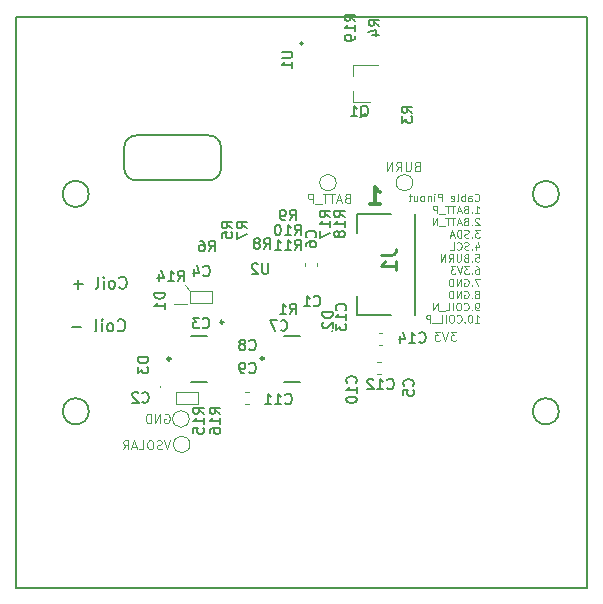
<source format=gbr>
%TF.GenerationSoftware,KiCad,Pcbnew,5.0.2-bee76a0~70~ubuntu18.04.1*%
%TF.CreationDate,2020-02-29T13:32:14-08:00*%
%TF.ProjectId,SolarCellZ_v1,536f6c61-7243-4656-9c6c-5a5f76312e6b,rev?*%
%TF.SameCoordinates,Original*%
%TF.FileFunction,Legend,Bot*%
%TF.FilePolarity,Positive*%
%FSLAX46Y46*%
G04 Gerber Fmt 4.6, Leading zero omitted, Abs format (unit mm)*
G04 Created by KiCad (PCBNEW 5.0.2-bee76a0~70~ubuntu18.04.1) date Sat 29 Feb 2020 01:32:14 PM PST*
%MOMM*%
%LPD*%
G01*
G04 APERTURE LIST*
%ADD10C,0.300000*%
%ADD11C,0.200000*%
%ADD12C,0.120000*%
%ADD13C,0.076200*%
%ADD14C,0.101600*%
%ADD15C,0.150000*%
%ADD16C,0.203200*%
%ADD17C,0.250000*%
%ADD18C,0.254000*%
%ADD19C,0.127000*%
G04 APERTURE END LIST*
D10*
X120021428Y-55878571D02*
X120878571Y-55878571D01*
X120450000Y-55878571D02*
X120450000Y-54378571D01*
X120592857Y-54592857D01*
X120735714Y-54735714D01*
X120878571Y-54807142D01*
D11*
X136007500Y-73391000D02*
G75*
G03X136007500Y-73391000I-1100000J0D01*
G01*
X96207500Y-73391000D02*
G75*
G03X96207500Y-73391000I-1100000J0D01*
G01*
D12*
X103428800Y-64312800D02*
X104521000Y-64312800D01*
D13*
X128886422Y-55533285D02*
X128916660Y-55563523D01*
X129007374Y-55593761D01*
X129067850Y-55593761D01*
X129158565Y-55563523D01*
X129219041Y-55503047D01*
X129249279Y-55442571D01*
X129279517Y-55321619D01*
X129279517Y-55230904D01*
X129249279Y-55109952D01*
X129219041Y-55049476D01*
X129158565Y-54989000D01*
X129067850Y-54958761D01*
X129007374Y-54958761D01*
X128916660Y-54989000D01*
X128886422Y-55019238D01*
X128342136Y-55593761D02*
X128342136Y-55261142D01*
X128372374Y-55200666D01*
X128432850Y-55170428D01*
X128553803Y-55170428D01*
X128614279Y-55200666D01*
X128342136Y-55563523D02*
X128402612Y-55593761D01*
X128553803Y-55593761D01*
X128614279Y-55563523D01*
X128644517Y-55503047D01*
X128644517Y-55442571D01*
X128614279Y-55382095D01*
X128553803Y-55351857D01*
X128402612Y-55351857D01*
X128342136Y-55321619D01*
X128039755Y-55593761D02*
X128039755Y-54958761D01*
X128039755Y-55200666D02*
X127979279Y-55170428D01*
X127858327Y-55170428D01*
X127797850Y-55200666D01*
X127767612Y-55230904D01*
X127737374Y-55291380D01*
X127737374Y-55472809D01*
X127767612Y-55533285D01*
X127797850Y-55563523D01*
X127858327Y-55593761D01*
X127979279Y-55593761D01*
X128039755Y-55563523D01*
X127374517Y-55593761D02*
X127434993Y-55563523D01*
X127465231Y-55503047D01*
X127465231Y-54958761D01*
X126890708Y-55563523D02*
X126951184Y-55593761D01*
X127072136Y-55593761D01*
X127132612Y-55563523D01*
X127162850Y-55503047D01*
X127162850Y-55261142D01*
X127132612Y-55200666D01*
X127072136Y-55170428D01*
X126951184Y-55170428D01*
X126890708Y-55200666D01*
X126860470Y-55261142D01*
X126860470Y-55321619D01*
X127162850Y-55382095D01*
X126104517Y-55593761D02*
X126104517Y-54958761D01*
X125862612Y-54958761D01*
X125802136Y-54989000D01*
X125771898Y-55019238D01*
X125741660Y-55079714D01*
X125741660Y-55170428D01*
X125771898Y-55230904D01*
X125802136Y-55261142D01*
X125862612Y-55291380D01*
X126104517Y-55291380D01*
X125469517Y-55593761D02*
X125469517Y-55170428D01*
X125469517Y-54958761D02*
X125499755Y-54989000D01*
X125469517Y-55019238D01*
X125439279Y-54989000D01*
X125469517Y-54958761D01*
X125469517Y-55019238D01*
X125167136Y-55170428D02*
X125167136Y-55593761D01*
X125167136Y-55230904D02*
X125136898Y-55200666D01*
X125076422Y-55170428D01*
X124985708Y-55170428D01*
X124925231Y-55200666D01*
X124894993Y-55261142D01*
X124894993Y-55593761D01*
X124501898Y-55593761D02*
X124562374Y-55563523D01*
X124592612Y-55533285D01*
X124622850Y-55472809D01*
X124622850Y-55291380D01*
X124592612Y-55230904D01*
X124562374Y-55200666D01*
X124501898Y-55170428D01*
X124411184Y-55170428D01*
X124350708Y-55200666D01*
X124320470Y-55230904D01*
X124290231Y-55291380D01*
X124290231Y-55472809D01*
X124320470Y-55533285D01*
X124350708Y-55563523D01*
X124411184Y-55593761D01*
X124501898Y-55593761D01*
X123745946Y-55170428D02*
X123745946Y-55593761D01*
X124018089Y-55170428D02*
X124018089Y-55503047D01*
X123987850Y-55563523D01*
X123927374Y-55593761D01*
X123836660Y-55593761D01*
X123776184Y-55563523D01*
X123745946Y-55533285D01*
X123534279Y-55170428D02*
X123292374Y-55170428D01*
X123443565Y-54958761D02*
X123443565Y-55503047D01*
X123413327Y-55563523D01*
X123352850Y-55593761D01*
X123292374Y-55593761D01*
X128916660Y-56622461D02*
X129279517Y-56622461D01*
X129098089Y-56622461D02*
X129098089Y-55987461D01*
X129158565Y-56078176D01*
X129219041Y-56138652D01*
X129279517Y-56168890D01*
X128644517Y-56561985D02*
X128614279Y-56592223D01*
X128644517Y-56622461D01*
X128674755Y-56592223D01*
X128644517Y-56561985D01*
X128644517Y-56622461D01*
X128130470Y-56289842D02*
X128039755Y-56320080D01*
X128009517Y-56350319D01*
X127979279Y-56410795D01*
X127979279Y-56501509D01*
X128009517Y-56561985D01*
X128039755Y-56592223D01*
X128100231Y-56622461D01*
X128342136Y-56622461D01*
X128342136Y-55987461D01*
X128130470Y-55987461D01*
X128069993Y-56017700D01*
X128039755Y-56047938D01*
X128009517Y-56108414D01*
X128009517Y-56168890D01*
X128039755Y-56229366D01*
X128069993Y-56259604D01*
X128130470Y-56289842D01*
X128342136Y-56289842D01*
X127737374Y-56441033D02*
X127434993Y-56441033D01*
X127797850Y-56622461D02*
X127586184Y-55987461D01*
X127374517Y-56622461D01*
X127253565Y-55987461D02*
X126890708Y-55987461D01*
X127072136Y-56622461D02*
X127072136Y-55987461D01*
X126769755Y-55987461D02*
X126406898Y-55987461D01*
X126588327Y-56622461D02*
X126588327Y-55987461D01*
X126346422Y-56682938D02*
X125862612Y-56682938D01*
X125711422Y-56622461D02*
X125711422Y-55987461D01*
X125469517Y-55987461D01*
X125409041Y-56017700D01*
X125378803Y-56047938D01*
X125348565Y-56108414D01*
X125348565Y-56199128D01*
X125378803Y-56259604D01*
X125409041Y-56289842D01*
X125469517Y-56320080D01*
X125711422Y-56320080D01*
X129279517Y-57076638D02*
X129249279Y-57046400D01*
X129188803Y-57016161D01*
X129037612Y-57016161D01*
X128977136Y-57046400D01*
X128946898Y-57076638D01*
X128916660Y-57137114D01*
X128916660Y-57197590D01*
X128946898Y-57288304D01*
X129309755Y-57651161D01*
X128916660Y-57651161D01*
X128644517Y-57590685D02*
X128614279Y-57620923D01*
X128644517Y-57651161D01*
X128674755Y-57620923D01*
X128644517Y-57590685D01*
X128644517Y-57651161D01*
X128130470Y-57318542D02*
X128039755Y-57348780D01*
X128009517Y-57379019D01*
X127979279Y-57439495D01*
X127979279Y-57530209D01*
X128009517Y-57590685D01*
X128039755Y-57620923D01*
X128100231Y-57651161D01*
X128342136Y-57651161D01*
X128342136Y-57016161D01*
X128130470Y-57016161D01*
X128069993Y-57046400D01*
X128039755Y-57076638D01*
X128009517Y-57137114D01*
X128009517Y-57197590D01*
X128039755Y-57258066D01*
X128069993Y-57288304D01*
X128130470Y-57318542D01*
X128342136Y-57318542D01*
X127737374Y-57469733D02*
X127434993Y-57469733D01*
X127797850Y-57651161D02*
X127586184Y-57016161D01*
X127374517Y-57651161D01*
X127253565Y-57016161D02*
X126890708Y-57016161D01*
X127072136Y-57651161D02*
X127072136Y-57016161D01*
X126769755Y-57016161D02*
X126406898Y-57016161D01*
X126588327Y-57651161D02*
X126588327Y-57016161D01*
X126346422Y-57711638D02*
X125862612Y-57711638D01*
X125711422Y-57651161D02*
X125711422Y-57016161D01*
X125348565Y-57651161D01*
X125348565Y-57016161D01*
X129309755Y-58044861D02*
X128916660Y-58044861D01*
X129128327Y-58286766D01*
X129037612Y-58286766D01*
X128977136Y-58317004D01*
X128946898Y-58347242D01*
X128916660Y-58407719D01*
X128916660Y-58558909D01*
X128946898Y-58619385D01*
X128977136Y-58649623D01*
X129037612Y-58679861D01*
X129219041Y-58679861D01*
X129279517Y-58649623D01*
X129309755Y-58619385D01*
X128644517Y-58619385D02*
X128614279Y-58649623D01*
X128644517Y-58679861D01*
X128674755Y-58649623D01*
X128644517Y-58619385D01*
X128644517Y-58679861D01*
X128372374Y-58649623D02*
X128281660Y-58679861D01*
X128130470Y-58679861D01*
X128069993Y-58649623D01*
X128039755Y-58619385D01*
X128009517Y-58558909D01*
X128009517Y-58498433D01*
X128039755Y-58437957D01*
X128069993Y-58407719D01*
X128130470Y-58377480D01*
X128251422Y-58347242D01*
X128311898Y-58317004D01*
X128342136Y-58286766D01*
X128372374Y-58226290D01*
X128372374Y-58165814D01*
X128342136Y-58105338D01*
X128311898Y-58075100D01*
X128251422Y-58044861D01*
X128100231Y-58044861D01*
X128009517Y-58075100D01*
X127737374Y-58679861D02*
X127737374Y-58044861D01*
X127586184Y-58044861D01*
X127495470Y-58075100D01*
X127434993Y-58135576D01*
X127404755Y-58196052D01*
X127374517Y-58317004D01*
X127374517Y-58407719D01*
X127404755Y-58528671D01*
X127434993Y-58589147D01*
X127495470Y-58649623D01*
X127586184Y-58679861D01*
X127737374Y-58679861D01*
X127132612Y-58498433D02*
X126830231Y-58498433D01*
X127193089Y-58679861D02*
X126981422Y-58044861D01*
X126769755Y-58679861D01*
X128977136Y-59285228D02*
X128977136Y-59708561D01*
X129128327Y-59043323D02*
X129279517Y-59496895D01*
X128886422Y-59496895D01*
X128644517Y-59648085D02*
X128614279Y-59678323D01*
X128644517Y-59708561D01*
X128674755Y-59678323D01*
X128644517Y-59648085D01*
X128644517Y-59708561D01*
X128372374Y-59678323D02*
X128281660Y-59708561D01*
X128130470Y-59708561D01*
X128069993Y-59678323D01*
X128039755Y-59648085D01*
X128009517Y-59587609D01*
X128009517Y-59527133D01*
X128039755Y-59466657D01*
X128069993Y-59436419D01*
X128130470Y-59406180D01*
X128251422Y-59375942D01*
X128311898Y-59345704D01*
X128342136Y-59315466D01*
X128372374Y-59254990D01*
X128372374Y-59194514D01*
X128342136Y-59134038D01*
X128311898Y-59103800D01*
X128251422Y-59073561D01*
X128100231Y-59073561D01*
X128009517Y-59103800D01*
X127374517Y-59648085D02*
X127404755Y-59678323D01*
X127495469Y-59708561D01*
X127555946Y-59708561D01*
X127646660Y-59678323D01*
X127707136Y-59617847D01*
X127737374Y-59557371D01*
X127767612Y-59436419D01*
X127767612Y-59345704D01*
X127737374Y-59224752D01*
X127707136Y-59164276D01*
X127646660Y-59103800D01*
X127555946Y-59073561D01*
X127495469Y-59073561D01*
X127404755Y-59103800D01*
X127374517Y-59134038D01*
X126799993Y-59708561D02*
X127102374Y-59708561D01*
X127102374Y-59073561D01*
X128946898Y-60102261D02*
X129249279Y-60102261D01*
X129279517Y-60404642D01*
X129249279Y-60374404D01*
X129188803Y-60344166D01*
X129037612Y-60344166D01*
X128977136Y-60374404D01*
X128946898Y-60404642D01*
X128916660Y-60465119D01*
X128916660Y-60616309D01*
X128946898Y-60676785D01*
X128977136Y-60707023D01*
X129037612Y-60737261D01*
X129188803Y-60737261D01*
X129249279Y-60707023D01*
X129279517Y-60676785D01*
X128644517Y-60676785D02*
X128614279Y-60707023D01*
X128644517Y-60737261D01*
X128674755Y-60707023D01*
X128644517Y-60676785D01*
X128644517Y-60737261D01*
X128130470Y-60404642D02*
X128039755Y-60434880D01*
X128009517Y-60465119D01*
X127979279Y-60525595D01*
X127979279Y-60616309D01*
X128009517Y-60676785D01*
X128039755Y-60707023D01*
X128100231Y-60737261D01*
X128342136Y-60737261D01*
X128342136Y-60102261D01*
X128130470Y-60102261D01*
X128069993Y-60132500D01*
X128039755Y-60162738D01*
X128009517Y-60223214D01*
X128009517Y-60283690D01*
X128039755Y-60344166D01*
X128069993Y-60374404D01*
X128130470Y-60404642D01*
X128342136Y-60404642D01*
X127707136Y-60102261D02*
X127707136Y-60616309D01*
X127676898Y-60676785D01*
X127646660Y-60707023D01*
X127586184Y-60737261D01*
X127465231Y-60737261D01*
X127404755Y-60707023D01*
X127374517Y-60676785D01*
X127344279Y-60616309D01*
X127344279Y-60102261D01*
X126679041Y-60737261D02*
X126890708Y-60434880D01*
X127041898Y-60737261D02*
X127041898Y-60102261D01*
X126799993Y-60102261D01*
X126739517Y-60132500D01*
X126709279Y-60162738D01*
X126679041Y-60223214D01*
X126679041Y-60313928D01*
X126709279Y-60374404D01*
X126739517Y-60404642D01*
X126799993Y-60434880D01*
X127041898Y-60434880D01*
X126406898Y-60737261D02*
X126406898Y-60102261D01*
X126044041Y-60737261D01*
X126044041Y-60102261D01*
X128977136Y-61130961D02*
X129098089Y-61130961D01*
X129158565Y-61161200D01*
X129188803Y-61191438D01*
X129249279Y-61282152D01*
X129279517Y-61403104D01*
X129279517Y-61645009D01*
X129249279Y-61705485D01*
X129219041Y-61735723D01*
X129158565Y-61765961D01*
X129037612Y-61765961D01*
X128977136Y-61735723D01*
X128946898Y-61705485D01*
X128916660Y-61645009D01*
X128916660Y-61493819D01*
X128946898Y-61433342D01*
X128977136Y-61403104D01*
X129037612Y-61372866D01*
X129158565Y-61372866D01*
X129219041Y-61403104D01*
X129249279Y-61433342D01*
X129279517Y-61493819D01*
X128644517Y-61705485D02*
X128614279Y-61735723D01*
X128644517Y-61765961D01*
X128674755Y-61735723D01*
X128644517Y-61705485D01*
X128644517Y-61765961D01*
X128402612Y-61130961D02*
X128009517Y-61130961D01*
X128221184Y-61372866D01*
X128130470Y-61372866D01*
X128069993Y-61403104D01*
X128039755Y-61433342D01*
X128009517Y-61493819D01*
X128009517Y-61645009D01*
X128039755Y-61705485D01*
X128069993Y-61735723D01*
X128130470Y-61765961D01*
X128311898Y-61765961D01*
X128372374Y-61735723D01*
X128402612Y-61705485D01*
X127828089Y-61130961D02*
X127616422Y-61765961D01*
X127404755Y-61130961D01*
X127253565Y-61130961D02*
X126860469Y-61130961D01*
X127072136Y-61372866D01*
X126981422Y-61372866D01*
X126920946Y-61403104D01*
X126890708Y-61433342D01*
X126860469Y-61493819D01*
X126860469Y-61645009D01*
X126890708Y-61705485D01*
X126920946Y-61735723D01*
X126981422Y-61765961D01*
X127162850Y-61765961D01*
X127223327Y-61735723D01*
X127253565Y-61705485D01*
X129309755Y-62159661D02*
X128886422Y-62159661D01*
X129158565Y-62794661D01*
X128644517Y-62734185D02*
X128614279Y-62764423D01*
X128644517Y-62794661D01*
X128674755Y-62764423D01*
X128644517Y-62734185D01*
X128644517Y-62794661D01*
X128009517Y-62189900D02*
X128069993Y-62159661D01*
X128160708Y-62159661D01*
X128251422Y-62189900D01*
X128311898Y-62250376D01*
X128342136Y-62310852D01*
X128372374Y-62431804D01*
X128372374Y-62522519D01*
X128342136Y-62643471D01*
X128311898Y-62703947D01*
X128251422Y-62764423D01*
X128160708Y-62794661D01*
X128100231Y-62794661D01*
X128009517Y-62764423D01*
X127979279Y-62734185D01*
X127979279Y-62522519D01*
X128100231Y-62522519D01*
X127707136Y-62794661D02*
X127707136Y-62159661D01*
X127344279Y-62794661D01*
X127344279Y-62159661D01*
X127041898Y-62794661D02*
X127041898Y-62159661D01*
X126890708Y-62159661D01*
X126799993Y-62189900D01*
X126739517Y-62250376D01*
X126709279Y-62310852D01*
X126679041Y-62431804D01*
X126679041Y-62522519D01*
X126709279Y-62643471D01*
X126739517Y-62703947D01*
X126799993Y-62764423D01*
X126890708Y-62794661D01*
X127041898Y-62794661D01*
X129158565Y-63460504D02*
X129219041Y-63430266D01*
X129249279Y-63400028D01*
X129279517Y-63339552D01*
X129279517Y-63309314D01*
X129249279Y-63248838D01*
X129219041Y-63218600D01*
X129158565Y-63188361D01*
X129037612Y-63188361D01*
X128977136Y-63218600D01*
X128946898Y-63248838D01*
X128916660Y-63309314D01*
X128916660Y-63339552D01*
X128946898Y-63400028D01*
X128977136Y-63430266D01*
X129037612Y-63460504D01*
X129158565Y-63460504D01*
X129219041Y-63490742D01*
X129249279Y-63520980D01*
X129279517Y-63581457D01*
X129279517Y-63702409D01*
X129249279Y-63762885D01*
X129219041Y-63793123D01*
X129158565Y-63823361D01*
X129037612Y-63823361D01*
X128977136Y-63793123D01*
X128946898Y-63762885D01*
X128916660Y-63702409D01*
X128916660Y-63581457D01*
X128946898Y-63520980D01*
X128977136Y-63490742D01*
X129037612Y-63460504D01*
X128644517Y-63762885D02*
X128614279Y-63793123D01*
X128644517Y-63823361D01*
X128674755Y-63793123D01*
X128644517Y-63762885D01*
X128644517Y-63823361D01*
X128009517Y-63218600D02*
X128069993Y-63188361D01*
X128160708Y-63188361D01*
X128251422Y-63218600D01*
X128311898Y-63279076D01*
X128342136Y-63339552D01*
X128372374Y-63460504D01*
X128372374Y-63551219D01*
X128342136Y-63672171D01*
X128311898Y-63732647D01*
X128251422Y-63793123D01*
X128160708Y-63823361D01*
X128100231Y-63823361D01*
X128009517Y-63793123D01*
X127979279Y-63762885D01*
X127979279Y-63551219D01*
X128100231Y-63551219D01*
X127707136Y-63823361D02*
X127707136Y-63188361D01*
X127344279Y-63823361D01*
X127344279Y-63188361D01*
X127041898Y-63823361D02*
X127041898Y-63188361D01*
X126890708Y-63188361D01*
X126799993Y-63218600D01*
X126739517Y-63279076D01*
X126709279Y-63339552D01*
X126679041Y-63460504D01*
X126679041Y-63551219D01*
X126709279Y-63672171D01*
X126739517Y-63732647D01*
X126799993Y-63793123D01*
X126890708Y-63823361D01*
X127041898Y-63823361D01*
X129219041Y-64852061D02*
X129098089Y-64852061D01*
X129037612Y-64821823D01*
X129007374Y-64791585D01*
X128946898Y-64700871D01*
X128916660Y-64579919D01*
X128916660Y-64338014D01*
X128946898Y-64277538D01*
X128977136Y-64247300D01*
X129037612Y-64217061D01*
X129158565Y-64217061D01*
X129219041Y-64247300D01*
X129249279Y-64277538D01*
X129279517Y-64338014D01*
X129279517Y-64489204D01*
X129249279Y-64549680D01*
X129219041Y-64579919D01*
X129158565Y-64610157D01*
X129037612Y-64610157D01*
X128977136Y-64579919D01*
X128946898Y-64549680D01*
X128916660Y-64489204D01*
X128644517Y-64791585D02*
X128614279Y-64821823D01*
X128644517Y-64852061D01*
X128674755Y-64821823D01*
X128644517Y-64791585D01*
X128644517Y-64852061D01*
X127979279Y-64791585D02*
X128009517Y-64821823D01*
X128100231Y-64852061D01*
X128160708Y-64852061D01*
X128251422Y-64821823D01*
X128311898Y-64761347D01*
X128342136Y-64700871D01*
X128372374Y-64579919D01*
X128372374Y-64489204D01*
X128342136Y-64368252D01*
X128311898Y-64307776D01*
X128251422Y-64247300D01*
X128160708Y-64217061D01*
X128100231Y-64217061D01*
X128009517Y-64247300D01*
X127979279Y-64277538D01*
X127586184Y-64217061D02*
X127465231Y-64217061D01*
X127404755Y-64247300D01*
X127344279Y-64307776D01*
X127314041Y-64428728D01*
X127314041Y-64640395D01*
X127344279Y-64761347D01*
X127404755Y-64821823D01*
X127465231Y-64852061D01*
X127586184Y-64852061D01*
X127646660Y-64821823D01*
X127707136Y-64761347D01*
X127737374Y-64640395D01*
X127737374Y-64428728D01*
X127707136Y-64307776D01*
X127646660Y-64247300D01*
X127586184Y-64217061D01*
X127041898Y-64852061D02*
X127041898Y-64217061D01*
X126437136Y-64852061D02*
X126739517Y-64852061D01*
X126739517Y-64217061D01*
X126376660Y-64912538D02*
X125892850Y-64912538D01*
X125741660Y-64852061D02*
X125741660Y-64217061D01*
X125378803Y-64852061D01*
X125378803Y-64217061D01*
X128916660Y-65880761D02*
X129279517Y-65880761D01*
X129098089Y-65880761D02*
X129098089Y-65245761D01*
X129158565Y-65336476D01*
X129219041Y-65396952D01*
X129279517Y-65427190D01*
X128523565Y-65245761D02*
X128463089Y-65245761D01*
X128402612Y-65276000D01*
X128372374Y-65306238D01*
X128342136Y-65366714D01*
X128311898Y-65487666D01*
X128311898Y-65638857D01*
X128342136Y-65759809D01*
X128372374Y-65820285D01*
X128402612Y-65850523D01*
X128463089Y-65880761D01*
X128523565Y-65880761D01*
X128584041Y-65850523D01*
X128614279Y-65820285D01*
X128644517Y-65759809D01*
X128674755Y-65638857D01*
X128674755Y-65487666D01*
X128644517Y-65366714D01*
X128614279Y-65306238D01*
X128584041Y-65276000D01*
X128523565Y-65245761D01*
X128039755Y-65820285D02*
X128009517Y-65850523D01*
X128039755Y-65880761D01*
X128069993Y-65850523D01*
X128039755Y-65820285D01*
X128039755Y-65880761D01*
X127374517Y-65820285D02*
X127404755Y-65850523D01*
X127495470Y-65880761D01*
X127555946Y-65880761D01*
X127646660Y-65850523D01*
X127707136Y-65790047D01*
X127737374Y-65729571D01*
X127767612Y-65608619D01*
X127767612Y-65517904D01*
X127737374Y-65396952D01*
X127707136Y-65336476D01*
X127646660Y-65276000D01*
X127555946Y-65245761D01*
X127495470Y-65245761D01*
X127404755Y-65276000D01*
X127374517Y-65306238D01*
X126981422Y-65245761D02*
X126860470Y-65245761D01*
X126799993Y-65276000D01*
X126739517Y-65336476D01*
X126709279Y-65457428D01*
X126709279Y-65669095D01*
X126739517Y-65790047D01*
X126799993Y-65850523D01*
X126860470Y-65880761D01*
X126981422Y-65880761D01*
X127041898Y-65850523D01*
X127102374Y-65790047D01*
X127132612Y-65669095D01*
X127132612Y-65457428D01*
X127102374Y-65336476D01*
X127041898Y-65276000D01*
X126981422Y-65245761D01*
X126437136Y-65880761D02*
X126437136Y-65245761D01*
X125832374Y-65880761D02*
X126134755Y-65880761D01*
X126134755Y-65245761D01*
X125771898Y-65941238D02*
X125288089Y-65941238D01*
X125136898Y-65880761D02*
X125136898Y-65245761D01*
X124894993Y-65245761D01*
X124834517Y-65276000D01*
X124804279Y-65306238D01*
X124774041Y-65366714D01*
X124774041Y-65457428D01*
X124804279Y-65517904D01*
X124834517Y-65548142D01*
X124894993Y-65578380D01*
X125136898Y-65578380D01*
D11*
X107407500Y-52841000D02*
G75*
G02X106407500Y-53841000I-1000000J0D01*
G01*
X100207500Y-53841000D02*
G75*
G02X99207500Y-52841000I0J1000000D01*
G01*
X106407500Y-50041000D02*
G75*
G02X107407500Y-51041000I0J-1000000D01*
G01*
X99207500Y-51041000D02*
G75*
G02X100207500Y-50041000I1000000J0D01*
G01*
X96207500Y-54991000D02*
G75*
G03X96207500Y-54991000I-1100000J0D01*
G01*
X106407500Y-50041000D02*
X100207500Y-50041000D01*
X138407500Y-39991000D02*
X138407500Y-88391000D01*
X138407500Y-88391000D02*
X90007500Y-88391000D01*
X90007500Y-88391000D02*
X90007500Y-39991000D01*
X90007500Y-39991000D02*
X138407500Y-39991000D01*
X100207500Y-53841000D02*
X106407500Y-53841000D01*
X136007500Y-54991000D02*
G75*
G03X136007500Y-54991000I-1100000J0D01*
G01*
X107407500Y-52841000D02*
X107407500Y-51041000D01*
X99207500Y-51041000D02*
X99207500Y-52841000D01*
D14*
X123974857Y-52645571D02*
X123866000Y-52681857D01*
X123829714Y-52718142D01*
X123793428Y-52790714D01*
X123793428Y-52899571D01*
X123829714Y-52972142D01*
X123866000Y-53008428D01*
X123938571Y-53044714D01*
X124228857Y-53044714D01*
X124228857Y-52282714D01*
X123974857Y-52282714D01*
X123902285Y-52319000D01*
X123866000Y-52355285D01*
X123829714Y-52427857D01*
X123829714Y-52500428D01*
X123866000Y-52573000D01*
X123902285Y-52609285D01*
X123974857Y-52645571D01*
X124228857Y-52645571D01*
X123466857Y-52282714D02*
X123466857Y-52899571D01*
X123430571Y-52972142D01*
X123394285Y-53008428D01*
X123321714Y-53044714D01*
X123176571Y-53044714D01*
X123104000Y-53008428D01*
X123067714Y-52972142D01*
X123031428Y-52899571D01*
X123031428Y-52282714D01*
X122233142Y-53044714D02*
X122487142Y-52681857D01*
X122668571Y-53044714D02*
X122668571Y-52282714D01*
X122378285Y-52282714D01*
X122305714Y-52319000D01*
X122269428Y-52355285D01*
X122233142Y-52427857D01*
X122233142Y-52536714D01*
X122269428Y-52609285D01*
X122305714Y-52645571D01*
X122378285Y-52681857D01*
X122668571Y-52681857D01*
X121906571Y-53044714D02*
X121906571Y-52282714D01*
X121471142Y-53044714D01*
X121471142Y-52282714D01*
X118074000Y-55345571D02*
X117965142Y-55381857D01*
X117928857Y-55418142D01*
X117892571Y-55490714D01*
X117892571Y-55599571D01*
X117928857Y-55672142D01*
X117965142Y-55708428D01*
X118037714Y-55744714D01*
X118328000Y-55744714D01*
X118328000Y-54982714D01*
X118074000Y-54982714D01*
X118001428Y-55019000D01*
X117965142Y-55055285D01*
X117928857Y-55127857D01*
X117928857Y-55200428D01*
X117965142Y-55273000D01*
X118001428Y-55309285D01*
X118074000Y-55345571D01*
X118328000Y-55345571D01*
X117602285Y-55527000D02*
X117239428Y-55527000D01*
X117674857Y-55744714D02*
X117420857Y-54982714D01*
X117166857Y-55744714D01*
X117021714Y-54982714D02*
X116586285Y-54982714D01*
X116804000Y-55744714D02*
X116804000Y-54982714D01*
X116441142Y-54982714D02*
X116005714Y-54982714D01*
X116223428Y-55744714D02*
X116223428Y-54982714D01*
X115933142Y-55817285D02*
X115352571Y-55817285D01*
X115171142Y-55744714D02*
X115171142Y-54982714D01*
X114880857Y-54982714D01*
X114808285Y-55019000D01*
X114772000Y-55055285D01*
X114735714Y-55127857D01*
X114735714Y-55236714D01*
X114772000Y-55309285D01*
X114808285Y-55345571D01*
X114880857Y-55381857D01*
X115171142Y-55381857D01*
X127333102Y-66638714D02*
X126861388Y-66638714D01*
X127115388Y-66929000D01*
X127006531Y-66929000D01*
X126933960Y-66965285D01*
X126897674Y-67001571D01*
X126861388Y-67074142D01*
X126861388Y-67255571D01*
X126897674Y-67328142D01*
X126933960Y-67364428D01*
X127006531Y-67400714D01*
X127224245Y-67400714D01*
X127296817Y-67364428D01*
X127333102Y-67328142D01*
X126643674Y-66638714D02*
X126389674Y-67400714D01*
X126135674Y-66638714D01*
X125954245Y-66638714D02*
X125482531Y-66638714D01*
X125736531Y-66929000D01*
X125627674Y-66929000D01*
X125555102Y-66965285D01*
X125518817Y-67001571D01*
X125482531Y-67074142D01*
X125482531Y-67255571D01*
X125518817Y-67328142D01*
X125555102Y-67364428D01*
X125627674Y-67400714D01*
X125845388Y-67400714D01*
X125917960Y-67364428D01*
X125954245Y-67328142D01*
X103124000Y-75846214D02*
X102870000Y-76608214D01*
X102616000Y-75846214D01*
X102398285Y-76571928D02*
X102289428Y-76608214D01*
X102108000Y-76608214D01*
X102035428Y-76571928D01*
X101999142Y-76535642D01*
X101962857Y-76463071D01*
X101962857Y-76390500D01*
X101999142Y-76317928D01*
X102035428Y-76281642D01*
X102108000Y-76245357D01*
X102253142Y-76209071D01*
X102325714Y-76172785D01*
X102362000Y-76136500D01*
X102398285Y-76063928D01*
X102398285Y-75991357D01*
X102362000Y-75918785D01*
X102325714Y-75882500D01*
X102253142Y-75846214D01*
X102071714Y-75846214D01*
X101962857Y-75882500D01*
X101491142Y-75846214D02*
X101346000Y-75846214D01*
X101273428Y-75882500D01*
X101200857Y-75955071D01*
X101164571Y-76100214D01*
X101164571Y-76354214D01*
X101200857Y-76499357D01*
X101273428Y-76571928D01*
X101346000Y-76608214D01*
X101491142Y-76608214D01*
X101563714Y-76571928D01*
X101636285Y-76499357D01*
X101672571Y-76354214D01*
X101672571Y-76100214D01*
X101636285Y-75955071D01*
X101563714Y-75882500D01*
X101491142Y-75846214D01*
X100475142Y-76608214D02*
X100838000Y-76608214D01*
X100838000Y-75846214D01*
X100257428Y-76390500D02*
X99894571Y-76390500D01*
X100330000Y-76608214D02*
X100076000Y-75846214D01*
X99822000Y-76608214D01*
X99132571Y-76608214D02*
X99386571Y-76245357D01*
X99568000Y-76608214D02*
X99568000Y-75846214D01*
X99277714Y-75846214D01*
X99205142Y-75882500D01*
X99168857Y-75918785D01*
X99132571Y-75991357D01*
X99132571Y-76100214D01*
X99168857Y-76172785D01*
X99205142Y-76209071D01*
X99277714Y-76245357D01*
X99568000Y-76245357D01*
X102625071Y-73660000D02*
X102697642Y-73623714D01*
X102806500Y-73623714D01*
X102915357Y-73660000D01*
X102987928Y-73732571D01*
X103024214Y-73805142D01*
X103060500Y-73950285D01*
X103060500Y-74059142D01*
X103024214Y-74204285D01*
X102987928Y-74276857D01*
X102915357Y-74349428D01*
X102806500Y-74385714D01*
X102733928Y-74385714D01*
X102625071Y-74349428D01*
X102588785Y-74313142D01*
X102588785Y-74059142D01*
X102733928Y-74059142D01*
X102262214Y-74385714D02*
X102262214Y-73623714D01*
X101826785Y-74385714D01*
X101826785Y-73623714D01*
X101463928Y-74385714D02*
X101463928Y-73623714D01*
X101282500Y-73623714D01*
X101173642Y-73660000D01*
X101101071Y-73732571D01*
X101064785Y-73805142D01*
X101028500Y-73950285D01*
X101028500Y-74059142D01*
X101064785Y-74204285D01*
X101101071Y-74276857D01*
X101173642Y-74349428D01*
X101282500Y-74385714D01*
X101463928Y-74385714D01*
D12*
X104775000Y-63182500D02*
X104343200Y-62661800D01*
X104775000Y-64198500D02*
X104775000Y-63182500D01*
X106680000Y-64198500D02*
X104775000Y-64198500D01*
X106680000Y-63182500D02*
X106680000Y-64198500D01*
X104775000Y-63182500D02*
X106680000Y-63182500D01*
X103568500Y-72771000D02*
X103568500Y-71755000D01*
X105473500Y-72771000D02*
X103568500Y-72771000D01*
X105473500Y-71755000D02*
X105473500Y-72771000D01*
X103568500Y-71755000D02*
X105473500Y-71755000D01*
D15*
X98670857Y-66524142D02*
X98718476Y-66571761D01*
X98861333Y-66619380D01*
X98956571Y-66619380D01*
X99099428Y-66571761D01*
X99194666Y-66476523D01*
X99242285Y-66381285D01*
X99289904Y-66190809D01*
X99289904Y-66047952D01*
X99242285Y-65857476D01*
X99194666Y-65762238D01*
X99099428Y-65667000D01*
X98956571Y-65619380D01*
X98861333Y-65619380D01*
X98718476Y-65667000D01*
X98670857Y-65714619D01*
X98099428Y-66619380D02*
X98194666Y-66571761D01*
X98242285Y-66524142D01*
X98289904Y-66428904D01*
X98289904Y-66143190D01*
X98242285Y-66047952D01*
X98194666Y-66000333D01*
X98099428Y-65952714D01*
X97956571Y-65952714D01*
X97861333Y-66000333D01*
X97813714Y-66047952D01*
X97766095Y-66143190D01*
X97766095Y-66428904D01*
X97813714Y-66524142D01*
X97861333Y-66571761D01*
X97956571Y-66619380D01*
X98099428Y-66619380D01*
X97337523Y-66619380D02*
X97337523Y-65952714D01*
X97337523Y-65619380D02*
X97385142Y-65667000D01*
X97337523Y-65714619D01*
X97289904Y-65667000D01*
X97337523Y-65619380D01*
X97337523Y-65714619D01*
X96718476Y-66619380D02*
X96813714Y-66571761D01*
X96861333Y-66476523D01*
X96861333Y-65619380D01*
X95575619Y-66238428D02*
X94813714Y-66238428D01*
X98797857Y-62904642D02*
X98845476Y-62952261D01*
X98988333Y-62999880D01*
X99083571Y-62999880D01*
X99226428Y-62952261D01*
X99321666Y-62857023D01*
X99369285Y-62761785D01*
X99416904Y-62571309D01*
X99416904Y-62428452D01*
X99369285Y-62237976D01*
X99321666Y-62142738D01*
X99226428Y-62047500D01*
X99083571Y-61999880D01*
X98988333Y-61999880D01*
X98845476Y-62047500D01*
X98797857Y-62095119D01*
X98226428Y-62999880D02*
X98321666Y-62952261D01*
X98369285Y-62904642D01*
X98416904Y-62809404D01*
X98416904Y-62523690D01*
X98369285Y-62428452D01*
X98321666Y-62380833D01*
X98226428Y-62333214D01*
X98083571Y-62333214D01*
X97988333Y-62380833D01*
X97940714Y-62428452D01*
X97893095Y-62523690D01*
X97893095Y-62809404D01*
X97940714Y-62904642D01*
X97988333Y-62952261D01*
X98083571Y-62999880D01*
X98226428Y-62999880D01*
X97464523Y-62999880D02*
X97464523Y-62333214D01*
X97464523Y-61999880D02*
X97512142Y-62047500D01*
X97464523Y-62095119D01*
X97416904Y-62047500D01*
X97464523Y-61999880D01*
X97464523Y-62095119D01*
X96845476Y-62999880D02*
X96940714Y-62952261D01*
X96988333Y-62857023D01*
X96988333Y-61999880D01*
X95702619Y-62618928D02*
X94940714Y-62618928D01*
X95321666Y-62999880D02*
X95321666Y-62237976D01*
D11*
X123815500Y-56710000D02*
X123815500Y-65210000D01*
X118935500Y-56710000D02*
X121785500Y-56710000D01*
X118935500Y-65210000D02*
X121785500Y-65210000D01*
X118935500Y-56710000D02*
X118935500Y-58260000D01*
X118935500Y-65210000D02*
X118935500Y-63660000D01*
D12*
X117159000Y-54038500D02*
G75*
G03X117159000Y-54038500I-700000J0D01*
G01*
X123636000Y-54038500D02*
G75*
G03X123636000Y-54038500I-700000J0D01*
G01*
X104713000Y-74041000D02*
G75*
G03X104713000Y-74041000I-700000J0D01*
G01*
X104776500Y-76200000D02*
G75*
G03X104776500Y-76200000I-700000J0D01*
G01*
D16*
X114354700Y-42265600D02*
G75*
G03X114354700Y-42265600I-143600J0D01*
G01*
D12*
X118556500Y-47236500D02*
X120016500Y-47236500D01*
X118556500Y-44076500D02*
X120716500Y-44076500D01*
X118556500Y-44076500D02*
X118556500Y-45006500D01*
X118556500Y-47236500D02*
X118556500Y-46306500D01*
X115508500Y-60797221D02*
X115508500Y-61122779D01*
X114488500Y-60797221D02*
X114488500Y-61122779D01*
X120741221Y-66800000D02*
X121066779Y-66800000D01*
X120741221Y-67820000D02*
X121066779Y-67820000D01*
D17*
X107599160Y-65848656D02*
G75*
G03X107599160Y-65848656I-125000J0D01*
G01*
D12*
X120614221Y-69213000D02*
X120939779Y-69213000D01*
X120614221Y-70233000D02*
X120939779Y-70233000D01*
D18*
X111013240Y-68927980D02*
G75*
G03X111013240Y-68927980I-127000J0D01*
G01*
D19*
X114105690Y-70877430D02*
X112746790Y-70877430D01*
X112746790Y-66978530D02*
X114105690Y-66978530D01*
D18*
X103124000Y-68961000D02*
G75*
G03X103124000Y-68961000I-127000J0D01*
G01*
D19*
X106216450Y-70910450D02*
X104857550Y-70910450D01*
X104857550Y-67011550D02*
X106216450Y-67011550D01*
D12*
X109438221Y-71753000D02*
X109763779Y-71753000D01*
X109438221Y-72773000D02*
X109763779Y-72773000D01*
D11*
X116833000Y-66622000D02*
G75*
G03X116833000Y-66622000I-19000J0D01*
G01*
X102280000Y-71300000D02*
G75*
G03X102280000Y-71300000I-19000J0D01*
G01*
D18*
X120924063Y-60164806D02*
X121831206Y-60164806D01*
X122012635Y-60104330D01*
X122133587Y-59983378D01*
X122194063Y-59801949D01*
X122194063Y-59680997D01*
X122194063Y-61434806D02*
X122194063Y-60709092D01*
X122194063Y-61071949D02*
X120924063Y-61071949D01*
X121105492Y-60950997D01*
X121226444Y-60830044D01*
X121286920Y-60709092D01*
D19*
X112530375Y-42934260D02*
X113250042Y-42934260D01*
X113334709Y-42976594D01*
X113377042Y-43018927D01*
X113419375Y-43103594D01*
X113419375Y-43272927D01*
X113377042Y-43357594D01*
X113334709Y-43399927D01*
X113250042Y-43442260D01*
X112530375Y-43442260D01*
X113419375Y-44331260D02*
X113419375Y-43823260D01*
X113419375Y-44077260D02*
X112530375Y-44077260D01*
X112657375Y-43992594D01*
X112742042Y-43907927D01*
X112784375Y-43823260D01*
X118766166Y-40322500D02*
X118342833Y-40026166D01*
X118766166Y-39814500D02*
X117877166Y-39814500D01*
X117877166Y-40153166D01*
X117919500Y-40237833D01*
X117961833Y-40280166D01*
X118046500Y-40322500D01*
X118173500Y-40322500D01*
X118258166Y-40280166D01*
X118300500Y-40237833D01*
X118342833Y-40153166D01*
X118342833Y-39814500D01*
X118766166Y-41169166D02*
X118766166Y-40661166D01*
X118766166Y-40915166D02*
X117877166Y-40915166D01*
X118004166Y-40830500D01*
X118088833Y-40745833D01*
X118131166Y-40661166D01*
X118766166Y-41592500D02*
X118766166Y-41761833D01*
X118723833Y-41846500D01*
X118681500Y-41888833D01*
X118554500Y-41973500D01*
X118385166Y-42015833D01*
X118046500Y-42015833D01*
X117961833Y-41973500D01*
X117919500Y-41931166D01*
X117877166Y-41846500D01*
X117877166Y-41677166D01*
X117919500Y-41592500D01*
X117961833Y-41550166D01*
X118046500Y-41507833D01*
X118258166Y-41507833D01*
X118342833Y-41550166D01*
X118385166Y-41592500D01*
X118427500Y-41677166D01*
X118427500Y-41846500D01*
X118385166Y-41931166D01*
X118342833Y-41973500D01*
X118258166Y-42015833D01*
X120798166Y-40745833D02*
X120374833Y-40449500D01*
X120798166Y-40237833D02*
X119909166Y-40237833D01*
X119909166Y-40576500D01*
X119951500Y-40661166D01*
X119993833Y-40703500D01*
X120078500Y-40745833D01*
X120205500Y-40745833D01*
X120290166Y-40703500D01*
X120332500Y-40661166D01*
X120374833Y-40576500D01*
X120374833Y-40237833D01*
X120205500Y-41507833D02*
X120798166Y-41507833D01*
X119866833Y-41296166D02*
X120501833Y-41084500D01*
X120501833Y-41634833D01*
X123592166Y-48111833D02*
X123168833Y-47815500D01*
X123592166Y-47603833D02*
X122703166Y-47603833D01*
X122703166Y-47942500D01*
X122745500Y-48027166D01*
X122787833Y-48069500D01*
X122872500Y-48111833D01*
X122999500Y-48111833D01*
X123084166Y-48069500D01*
X123126500Y-48027166D01*
X123168833Y-47942500D01*
X123168833Y-47603833D01*
X122703166Y-48408166D02*
X122703166Y-48958500D01*
X123041833Y-48662166D01*
X123041833Y-48789166D01*
X123084166Y-48873833D01*
X123126500Y-48916166D01*
X123211166Y-48958500D01*
X123422833Y-48958500D01*
X123507500Y-48916166D01*
X123549833Y-48873833D01*
X123592166Y-48789166D01*
X123592166Y-48535166D01*
X123549833Y-48450500D01*
X123507500Y-48408166D01*
X119210666Y-48492833D02*
X119295333Y-48450500D01*
X119380000Y-48365833D01*
X119507000Y-48238833D01*
X119591666Y-48196500D01*
X119676333Y-48196500D01*
X119634000Y-48408166D02*
X119718666Y-48365833D01*
X119803333Y-48281166D01*
X119845666Y-48111833D01*
X119845666Y-47815500D01*
X119803333Y-47646166D01*
X119718666Y-47561500D01*
X119634000Y-47519166D01*
X119464666Y-47519166D01*
X119380000Y-47561500D01*
X119295333Y-47646166D01*
X119253000Y-47815500D01*
X119253000Y-48111833D01*
X119295333Y-48281166D01*
X119380000Y-48365833D01*
X119464666Y-48408166D01*
X119634000Y-48408166D01*
X118406333Y-48408166D02*
X118914333Y-48408166D01*
X118660333Y-48408166D02*
X118660333Y-47519166D01*
X118745000Y-47646166D01*
X118829666Y-47730833D01*
X118914333Y-47773166D01*
X123634500Y-71225833D02*
X123676833Y-71183500D01*
X123719166Y-71056500D01*
X123719166Y-70971833D01*
X123676833Y-70844833D01*
X123592166Y-70760166D01*
X123507500Y-70717833D01*
X123338166Y-70675500D01*
X123211166Y-70675500D01*
X123041833Y-70717833D01*
X122957166Y-70760166D01*
X122872500Y-70844833D01*
X122830166Y-70971833D01*
X122830166Y-71056500D01*
X122872500Y-71183500D01*
X122914833Y-71225833D01*
X122830166Y-72030166D02*
X122830166Y-71606833D01*
X123253500Y-71564500D01*
X123211166Y-71606833D01*
X123168833Y-71691500D01*
X123168833Y-71903166D01*
X123211166Y-71987833D01*
X123253500Y-72030166D01*
X123338166Y-72072500D01*
X123549833Y-72072500D01*
X123634500Y-72030166D01*
X123676833Y-71987833D01*
X123719166Y-71903166D01*
X123719166Y-71691500D01*
X123676833Y-71606833D01*
X123634500Y-71564500D01*
X115379500Y-58652833D02*
X115421833Y-58610500D01*
X115464166Y-58483500D01*
X115464166Y-58398833D01*
X115421833Y-58271833D01*
X115337166Y-58187166D01*
X115252500Y-58144833D01*
X115083166Y-58102500D01*
X114956166Y-58102500D01*
X114786833Y-58144833D01*
X114702166Y-58187166D01*
X114617500Y-58271833D01*
X114575166Y-58398833D01*
X114575166Y-58483500D01*
X114617500Y-58610500D01*
X114659833Y-58652833D01*
X114575166Y-59414833D02*
X114575166Y-59245500D01*
X114617500Y-59160833D01*
X114659833Y-59118500D01*
X114786833Y-59033833D01*
X114956166Y-58991500D01*
X115294833Y-58991500D01*
X115379500Y-59033833D01*
X115421833Y-59076166D01*
X115464166Y-59160833D01*
X115464166Y-59330166D01*
X115421833Y-59414833D01*
X115379500Y-59457166D01*
X115294833Y-59499500D01*
X115083166Y-59499500D01*
X114998500Y-59457166D01*
X114956166Y-59414833D01*
X114913833Y-59330166D01*
X114913833Y-59160833D01*
X114956166Y-59076166D01*
X114998500Y-59033833D01*
X115083166Y-58991500D01*
X109812666Y-70104000D02*
X109855000Y-70146333D01*
X109982000Y-70188666D01*
X110066666Y-70188666D01*
X110193666Y-70146333D01*
X110278333Y-70061666D01*
X110320666Y-69977000D01*
X110363000Y-69807666D01*
X110363000Y-69680666D01*
X110320666Y-69511333D01*
X110278333Y-69426666D01*
X110193666Y-69342000D01*
X110066666Y-69299666D01*
X109982000Y-69299666D01*
X109855000Y-69342000D01*
X109812666Y-69384333D01*
X109389333Y-70188666D02*
X109220000Y-70188666D01*
X109135333Y-70146333D01*
X109093000Y-70104000D01*
X109008333Y-69977000D01*
X108966000Y-69807666D01*
X108966000Y-69469000D01*
X109008333Y-69384333D01*
X109050666Y-69342000D01*
X109135333Y-69299666D01*
X109304666Y-69299666D01*
X109389333Y-69342000D01*
X109431666Y-69384333D01*
X109474000Y-69469000D01*
X109474000Y-69680666D01*
X109431666Y-69765333D01*
X109389333Y-69807666D01*
X109304666Y-69850000D01*
X109135333Y-69850000D01*
X109050666Y-69807666D01*
X109008333Y-69765333D01*
X108966000Y-69680666D01*
X124206000Y-67500500D02*
X124248333Y-67542833D01*
X124375333Y-67585166D01*
X124460000Y-67585166D01*
X124587000Y-67542833D01*
X124671666Y-67458166D01*
X124714000Y-67373500D01*
X124756333Y-67204166D01*
X124756333Y-67077166D01*
X124714000Y-66907833D01*
X124671666Y-66823166D01*
X124587000Y-66738500D01*
X124460000Y-66696166D01*
X124375333Y-66696166D01*
X124248333Y-66738500D01*
X124206000Y-66780833D01*
X123359333Y-67585166D02*
X123867333Y-67585166D01*
X123613333Y-67585166D02*
X123613333Y-66696166D01*
X123698000Y-66823166D01*
X123782666Y-66907833D01*
X123867333Y-66950166D01*
X122597333Y-66992500D02*
X122597333Y-67585166D01*
X122809000Y-66653833D02*
X123020666Y-67288833D01*
X122470333Y-67288833D01*
X102649866Y-63353950D02*
X101760866Y-63353950D01*
X101760866Y-63565616D01*
X101803200Y-63692616D01*
X101887866Y-63777283D01*
X101972533Y-63819616D01*
X102141866Y-63861950D01*
X102268866Y-63861950D01*
X102438200Y-63819616D01*
X102522866Y-63777283D01*
X102607533Y-63692616D01*
X102649866Y-63565616D01*
X102649866Y-63353950D01*
X102649866Y-64708616D02*
X102649866Y-64200616D01*
X102649866Y-64454616D02*
X101760866Y-64454616D01*
X101887866Y-64369950D01*
X101972533Y-64285283D01*
X102014866Y-64200616D01*
X111421333Y-60854166D02*
X111421333Y-61573833D01*
X111379000Y-61658500D01*
X111336666Y-61700833D01*
X111252000Y-61743166D01*
X111082666Y-61743166D01*
X110998000Y-61700833D01*
X110955666Y-61658500D01*
X110913333Y-61573833D01*
X110913333Y-60854166D01*
X110532333Y-60938833D02*
X110490000Y-60896500D01*
X110405333Y-60854166D01*
X110193666Y-60854166D01*
X110109000Y-60896500D01*
X110066666Y-60938833D01*
X110024333Y-61023500D01*
X110024333Y-61108166D01*
X110066666Y-61235166D01*
X110574666Y-61743166D01*
X110024333Y-61743166D01*
X106383666Y-59838166D02*
X106680000Y-59414833D01*
X106891666Y-59838166D02*
X106891666Y-58949166D01*
X106553000Y-58949166D01*
X106468333Y-58991500D01*
X106426000Y-59033833D01*
X106383666Y-59118500D01*
X106383666Y-59245500D01*
X106426000Y-59330166D01*
X106468333Y-59372500D01*
X106553000Y-59414833D01*
X106891666Y-59414833D01*
X105621666Y-58949166D02*
X105791000Y-58949166D01*
X105875666Y-58991500D01*
X105918000Y-59033833D01*
X106002666Y-59160833D01*
X106045000Y-59330166D01*
X106045000Y-59668833D01*
X106002666Y-59753500D01*
X105960333Y-59795833D01*
X105875666Y-59838166D01*
X105706333Y-59838166D01*
X105621666Y-59795833D01*
X105579333Y-59753500D01*
X105537000Y-59668833D01*
X105537000Y-59457166D01*
X105579333Y-59372500D01*
X105621666Y-59330166D01*
X105706333Y-59287833D01*
X105875666Y-59287833D01*
X105960333Y-59330166D01*
X106002666Y-59372500D01*
X106045000Y-59457166D01*
X108352166Y-57890833D02*
X107928833Y-57594500D01*
X108352166Y-57382833D02*
X107463166Y-57382833D01*
X107463166Y-57721500D01*
X107505500Y-57806166D01*
X107547833Y-57848500D01*
X107632500Y-57890833D01*
X107759500Y-57890833D01*
X107844166Y-57848500D01*
X107886500Y-57806166D01*
X107928833Y-57721500D01*
X107928833Y-57382833D01*
X107463166Y-58695166D02*
X107463166Y-58271833D01*
X107886500Y-58229500D01*
X107844166Y-58271833D01*
X107801833Y-58356500D01*
X107801833Y-58568166D01*
X107844166Y-58652833D01*
X107886500Y-58695166D01*
X107971166Y-58737500D01*
X108182833Y-58737500D01*
X108267500Y-58695166D01*
X108309833Y-58652833D01*
X108352166Y-58568166D01*
X108352166Y-58356500D01*
X108309833Y-58271833D01*
X108267500Y-58229500D01*
X107336166Y-73596500D02*
X106912833Y-73300166D01*
X107336166Y-73088500D02*
X106447166Y-73088500D01*
X106447166Y-73427166D01*
X106489500Y-73511833D01*
X106531833Y-73554166D01*
X106616500Y-73596500D01*
X106743500Y-73596500D01*
X106828166Y-73554166D01*
X106870500Y-73511833D01*
X106912833Y-73427166D01*
X106912833Y-73088500D01*
X107336166Y-74443166D02*
X107336166Y-73935166D01*
X107336166Y-74189166D02*
X106447166Y-74189166D01*
X106574166Y-74104500D01*
X106658833Y-74019833D01*
X106701166Y-73935166D01*
X106447166Y-75205166D02*
X106447166Y-75035833D01*
X106489500Y-74951166D01*
X106531833Y-74908833D01*
X106658833Y-74824166D01*
X106828166Y-74781833D01*
X107166833Y-74781833D01*
X107251500Y-74824166D01*
X107293833Y-74866500D01*
X107336166Y-74951166D01*
X107336166Y-75120500D01*
X107293833Y-75205166D01*
X107251500Y-75247500D01*
X107166833Y-75289833D01*
X106955166Y-75289833D01*
X106870500Y-75247500D01*
X106828166Y-75205166D01*
X106785833Y-75120500D01*
X106785833Y-74951166D01*
X106828166Y-74866500D01*
X106870500Y-74824166D01*
X106955166Y-74781833D01*
X109812666Y-68135500D02*
X109855000Y-68177833D01*
X109982000Y-68220166D01*
X110066666Y-68220166D01*
X110193666Y-68177833D01*
X110278333Y-68093166D01*
X110320666Y-68008500D01*
X110363000Y-67839166D01*
X110363000Y-67712166D01*
X110320666Y-67542833D01*
X110278333Y-67458166D01*
X110193666Y-67373500D01*
X110066666Y-67331166D01*
X109982000Y-67331166D01*
X109855000Y-67373500D01*
X109812666Y-67415833D01*
X109304666Y-67712166D02*
X109389333Y-67669833D01*
X109431666Y-67627500D01*
X109474000Y-67542833D01*
X109474000Y-67500500D01*
X109431666Y-67415833D01*
X109389333Y-67373500D01*
X109304666Y-67331166D01*
X109135333Y-67331166D01*
X109050666Y-67373500D01*
X109008333Y-67415833D01*
X108966000Y-67500500D01*
X108966000Y-67542833D01*
X109008333Y-67627500D01*
X109050666Y-67669833D01*
X109135333Y-67712166D01*
X109304666Y-67712166D01*
X109389333Y-67754500D01*
X109431666Y-67796833D01*
X109474000Y-67881500D01*
X109474000Y-68050833D01*
X109431666Y-68135500D01*
X109389333Y-68177833D01*
X109304666Y-68220166D01*
X109135333Y-68220166D01*
X109050666Y-68177833D01*
X109008333Y-68135500D01*
X108966000Y-68050833D01*
X108966000Y-67881500D01*
X109008333Y-67796833D01*
X109050666Y-67754500D01*
X109135333Y-67712166D01*
X121475500Y-71437500D02*
X121517833Y-71479833D01*
X121644833Y-71522166D01*
X121729500Y-71522166D01*
X121856500Y-71479833D01*
X121941166Y-71395166D01*
X121983500Y-71310500D01*
X122025833Y-71141166D01*
X122025833Y-71014166D01*
X121983500Y-70844833D01*
X121941166Y-70760166D01*
X121856500Y-70675500D01*
X121729500Y-70633166D01*
X121644833Y-70633166D01*
X121517833Y-70675500D01*
X121475500Y-70717833D01*
X120628833Y-71522166D02*
X121136833Y-71522166D01*
X120882833Y-71522166D02*
X120882833Y-70633166D01*
X120967500Y-70760166D01*
X121052166Y-70844833D01*
X121136833Y-70887166D01*
X120290166Y-70717833D02*
X120247833Y-70675500D01*
X120163166Y-70633166D01*
X119951500Y-70633166D01*
X119866833Y-70675500D01*
X119824500Y-70717833D01*
X119782166Y-70802500D01*
X119782166Y-70887166D01*
X119824500Y-71014166D01*
X120332500Y-71522166D01*
X119782166Y-71522166D01*
X117919500Y-64833500D02*
X117961833Y-64791166D01*
X118004166Y-64664166D01*
X118004166Y-64579500D01*
X117961833Y-64452500D01*
X117877166Y-64367833D01*
X117792500Y-64325500D01*
X117623166Y-64283166D01*
X117496166Y-64283166D01*
X117326833Y-64325500D01*
X117242166Y-64367833D01*
X117157500Y-64452500D01*
X117115166Y-64579500D01*
X117115166Y-64664166D01*
X117157500Y-64791166D01*
X117199833Y-64833500D01*
X118004166Y-65680166D02*
X118004166Y-65172166D01*
X118004166Y-65426166D02*
X117115166Y-65426166D01*
X117242166Y-65341500D01*
X117326833Y-65256833D01*
X117369166Y-65172166D01*
X117115166Y-65976500D02*
X117115166Y-66526833D01*
X117453833Y-66230500D01*
X117453833Y-66357500D01*
X117496166Y-66442166D01*
X117538500Y-66484500D01*
X117623166Y-66526833D01*
X117834833Y-66526833D01*
X117919500Y-66484500D01*
X117961833Y-66442166D01*
X118004166Y-66357500D01*
X118004166Y-66103500D01*
X117961833Y-66018833D01*
X117919500Y-65976500D01*
X109622166Y-57890833D02*
X109198833Y-57594500D01*
X109622166Y-57382833D02*
X108733166Y-57382833D01*
X108733166Y-57721500D01*
X108775500Y-57806166D01*
X108817833Y-57848500D01*
X108902500Y-57890833D01*
X109029500Y-57890833D01*
X109114166Y-57848500D01*
X109156500Y-57806166D01*
X109198833Y-57721500D01*
X109198833Y-57382833D01*
X108733166Y-58187166D02*
X108733166Y-58779833D01*
X109622166Y-58398833D01*
X113665000Y-59747666D02*
X113961333Y-59324333D01*
X114173000Y-59747666D02*
X114173000Y-58858666D01*
X113834333Y-58858666D01*
X113749666Y-58901000D01*
X113707333Y-58943333D01*
X113665000Y-59028000D01*
X113665000Y-59155000D01*
X113707333Y-59239666D01*
X113749666Y-59282000D01*
X113834333Y-59324333D01*
X114173000Y-59324333D01*
X112818333Y-59747666D02*
X113326333Y-59747666D01*
X113072333Y-59747666D02*
X113072333Y-58858666D01*
X113157000Y-58985666D01*
X113241666Y-59070333D01*
X113326333Y-59112666D01*
X111971666Y-59747666D02*
X112479666Y-59747666D01*
X112225666Y-59747666D02*
X112225666Y-58858666D01*
X112310333Y-58985666D01*
X112395000Y-59070333D01*
X112479666Y-59112666D01*
X113241666Y-57207666D02*
X113538000Y-56784333D01*
X113749666Y-57207666D02*
X113749666Y-56318666D01*
X113411000Y-56318666D01*
X113326333Y-56361000D01*
X113284000Y-56403333D01*
X113241666Y-56488000D01*
X113241666Y-56615000D01*
X113284000Y-56699666D01*
X113326333Y-56742000D01*
X113411000Y-56784333D01*
X113749666Y-56784333D01*
X112818333Y-57207666D02*
X112649000Y-57207666D01*
X112564333Y-57165333D01*
X112522000Y-57123000D01*
X112437333Y-56996000D01*
X112395000Y-56826666D01*
X112395000Y-56488000D01*
X112437333Y-56403333D01*
X112479666Y-56361000D01*
X112564333Y-56318666D01*
X112733666Y-56318666D01*
X112818333Y-56361000D01*
X112860666Y-56403333D01*
X112903000Y-56488000D01*
X112903000Y-56699666D01*
X112860666Y-56784333D01*
X112818333Y-56826666D01*
X112733666Y-56869000D01*
X112564333Y-56869000D01*
X112479666Y-56826666D01*
X112437333Y-56784333D01*
X112395000Y-56699666D01*
X113665000Y-58477666D02*
X113961333Y-58054333D01*
X114173000Y-58477666D02*
X114173000Y-57588666D01*
X113834333Y-57588666D01*
X113749666Y-57631000D01*
X113707333Y-57673333D01*
X113665000Y-57758000D01*
X113665000Y-57885000D01*
X113707333Y-57969666D01*
X113749666Y-58012000D01*
X113834333Y-58054333D01*
X114173000Y-58054333D01*
X112818333Y-58477666D02*
X113326333Y-58477666D01*
X113072333Y-58477666D02*
X113072333Y-57588666D01*
X113157000Y-57715666D01*
X113241666Y-57800333D01*
X113326333Y-57842666D01*
X112268000Y-57588666D02*
X112183333Y-57588666D01*
X112098666Y-57631000D01*
X112056333Y-57673333D01*
X112014000Y-57758000D01*
X111971666Y-57927333D01*
X111971666Y-58139000D01*
X112014000Y-58308333D01*
X112056333Y-58393000D01*
X112098666Y-58435333D01*
X112183333Y-58477666D01*
X112268000Y-58477666D01*
X112352666Y-58435333D01*
X112395000Y-58393000D01*
X112437333Y-58308333D01*
X112479666Y-58139000D01*
X112479666Y-57927333D01*
X112437333Y-57758000D01*
X112395000Y-57673333D01*
X112352666Y-57631000D01*
X112268000Y-57588666D01*
X111019166Y-59620666D02*
X111315500Y-59197333D01*
X111527166Y-59620666D02*
X111527166Y-58731666D01*
X111188500Y-58731666D01*
X111103833Y-58774000D01*
X111061500Y-58816333D01*
X111019166Y-58901000D01*
X111019166Y-59028000D01*
X111061500Y-59112666D01*
X111103833Y-59155000D01*
X111188500Y-59197333D01*
X111527166Y-59197333D01*
X110511166Y-59112666D02*
X110595833Y-59070333D01*
X110638166Y-59028000D01*
X110680500Y-58943333D01*
X110680500Y-58901000D01*
X110638166Y-58816333D01*
X110595833Y-58774000D01*
X110511166Y-58731666D01*
X110341833Y-58731666D01*
X110257166Y-58774000D01*
X110214833Y-58816333D01*
X110172500Y-58901000D01*
X110172500Y-58943333D01*
X110214833Y-59028000D01*
X110257166Y-59070333D01*
X110341833Y-59112666D01*
X110511166Y-59112666D01*
X110595833Y-59155000D01*
X110638166Y-59197333D01*
X110680500Y-59282000D01*
X110680500Y-59451333D01*
X110638166Y-59536000D01*
X110595833Y-59578333D01*
X110511166Y-59620666D01*
X110341833Y-59620666D01*
X110257166Y-59578333D01*
X110214833Y-59536000D01*
X110172500Y-59451333D01*
X110172500Y-59282000D01*
X110214833Y-59197333D01*
X110257166Y-59155000D01*
X110341833Y-59112666D01*
X103746300Y-62403566D02*
X104042633Y-61980233D01*
X104254300Y-62403566D02*
X104254300Y-61514566D01*
X103915633Y-61514566D01*
X103830966Y-61556900D01*
X103788633Y-61599233D01*
X103746300Y-61683900D01*
X103746300Y-61810900D01*
X103788633Y-61895566D01*
X103830966Y-61937900D01*
X103915633Y-61980233D01*
X104254300Y-61980233D01*
X102899633Y-62403566D02*
X103407633Y-62403566D01*
X103153633Y-62403566D02*
X103153633Y-61514566D01*
X103238300Y-61641566D01*
X103322966Y-61726233D01*
X103407633Y-61768566D01*
X102137633Y-61810900D02*
X102137633Y-62403566D01*
X102349300Y-61472233D02*
X102560966Y-62107233D01*
X102010633Y-62107233D01*
X105939166Y-73596500D02*
X105515833Y-73300166D01*
X105939166Y-73088500D02*
X105050166Y-73088500D01*
X105050166Y-73427166D01*
X105092500Y-73511833D01*
X105134833Y-73554166D01*
X105219500Y-73596500D01*
X105346500Y-73596500D01*
X105431166Y-73554166D01*
X105473500Y-73511833D01*
X105515833Y-73427166D01*
X105515833Y-73088500D01*
X105939166Y-74443166D02*
X105939166Y-73935166D01*
X105939166Y-74189166D02*
X105050166Y-74189166D01*
X105177166Y-74104500D01*
X105261833Y-74019833D01*
X105304166Y-73935166D01*
X105050166Y-75247500D02*
X105050166Y-74824166D01*
X105473500Y-74781833D01*
X105431166Y-74824166D01*
X105388833Y-74908833D01*
X105388833Y-75120500D01*
X105431166Y-75205166D01*
X105473500Y-75247500D01*
X105558166Y-75289833D01*
X105769833Y-75289833D01*
X105854500Y-75247500D01*
X105896833Y-75205166D01*
X105939166Y-75120500D01*
X105939166Y-74908833D01*
X105896833Y-74824166D01*
X105854500Y-74781833D01*
X116670666Y-56959500D02*
X116247333Y-56663166D01*
X116670666Y-56451500D02*
X115781666Y-56451500D01*
X115781666Y-56790166D01*
X115824000Y-56874833D01*
X115866333Y-56917166D01*
X115951000Y-56959500D01*
X116078000Y-56959500D01*
X116162666Y-56917166D01*
X116205000Y-56874833D01*
X116247333Y-56790166D01*
X116247333Y-56451500D01*
X116670666Y-57806166D02*
X116670666Y-57298166D01*
X116670666Y-57552166D02*
X115781666Y-57552166D01*
X115908666Y-57467500D01*
X115993333Y-57382833D01*
X116035666Y-57298166D01*
X115781666Y-58102500D02*
X115781666Y-58695166D01*
X116670666Y-58314166D01*
X117877166Y-56959500D02*
X117453833Y-56663166D01*
X117877166Y-56451500D02*
X116988166Y-56451500D01*
X116988166Y-56790166D01*
X117030500Y-56874833D01*
X117072833Y-56917166D01*
X117157500Y-56959500D01*
X117284500Y-56959500D01*
X117369166Y-56917166D01*
X117411500Y-56874833D01*
X117453833Y-56790166D01*
X117453833Y-56451500D01*
X117877166Y-57806166D02*
X117877166Y-57298166D01*
X117877166Y-57552166D02*
X116988166Y-57552166D01*
X117115166Y-57467500D01*
X117199833Y-57382833D01*
X117242166Y-57298166D01*
X117369166Y-58314166D02*
X117326833Y-58229500D01*
X117284500Y-58187166D01*
X117199833Y-58144833D01*
X117157500Y-58144833D01*
X117072833Y-58187166D01*
X117030500Y-58229500D01*
X116988166Y-58314166D01*
X116988166Y-58483500D01*
X117030500Y-58568166D01*
X117072833Y-58610500D01*
X117157500Y-58652833D01*
X117199833Y-58652833D01*
X117284500Y-58610500D01*
X117326833Y-58568166D01*
X117369166Y-58483500D01*
X117369166Y-58314166D01*
X117411500Y-58229500D01*
X117453833Y-58187166D01*
X117538500Y-58144833D01*
X117707833Y-58144833D01*
X117792500Y-58187166D01*
X117834833Y-58229500D01*
X117877166Y-58314166D01*
X117877166Y-58483500D01*
X117834833Y-58568166D01*
X117792500Y-58610500D01*
X117707833Y-58652833D01*
X117538500Y-58652833D01*
X117453833Y-58610500D01*
X117411500Y-58568166D01*
X117369166Y-58483500D01*
X113241666Y-65172166D02*
X113538000Y-64748833D01*
X113749666Y-65172166D02*
X113749666Y-64283166D01*
X113411000Y-64283166D01*
X113326333Y-64325500D01*
X113284000Y-64367833D01*
X113241666Y-64452500D01*
X113241666Y-64579500D01*
X113284000Y-64664166D01*
X113326333Y-64706500D01*
X113411000Y-64748833D01*
X113749666Y-64748833D01*
X112395000Y-65172166D02*
X112903000Y-65172166D01*
X112649000Y-65172166D02*
X112649000Y-64283166D01*
X112733666Y-64410166D01*
X112818333Y-64494833D01*
X112903000Y-64537166D01*
X112839500Y-72707500D02*
X112881833Y-72749833D01*
X113008833Y-72792166D01*
X113093500Y-72792166D01*
X113220500Y-72749833D01*
X113305166Y-72665166D01*
X113347500Y-72580500D01*
X113389833Y-72411166D01*
X113389833Y-72284166D01*
X113347500Y-72114833D01*
X113305166Y-72030166D01*
X113220500Y-71945500D01*
X113093500Y-71903166D01*
X113008833Y-71903166D01*
X112881833Y-71945500D01*
X112839500Y-71987833D01*
X111992833Y-72792166D02*
X112500833Y-72792166D01*
X112246833Y-72792166D02*
X112246833Y-71903166D01*
X112331500Y-72030166D01*
X112416166Y-72114833D01*
X112500833Y-72157166D01*
X111146166Y-72792166D02*
X111654166Y-72792166D01*
X111400166Y-72792166D02*
X111400166Y-71903166D01*
X111484833Y-72030166D01*
X111569500Y-72114833D01*
X111654166Y-72157166D01*
X112479666Y-66484500D02*
X112522000Y-66526833D01*
X112649000Y-66569166D01*
X112733666Y-66569166D01*
X112860666Y-66526833D01*
X112945333Y-66442166D01*
X112987666Y-66357500D01*
X113030000Y-66188166D01*
X113030000Y-66061166D01*
X112987666Y-65891833D01*
X112945333Y-65807166D01*
X112860666Y-65722500D01*
X112733666Y-65680166D01*
X112649000Y-65680166D01*
X112522000Y-65722500D01*
X112479666Y-65764833D01*
X112183333Y-65680166D02*
X111590666Y-65680166D01*
X111971666Y-66569166D01*
X105913766Y-61861700D02*
X105956100Y-61904033D01*
X106083100Y-61946366D01*
X106167766Y-61946366D01*
X106294766Y-61904033D01*
X106379433Y-61819366D01*
X106421766Y-61734700D01*
X106464100Y-61565366D01*
X106464100Y-61438366D01*
X106421766Y-61269033D01*
X106379433Y-61184366D01*
X106294766Y-61099700D01*
X106167766Y-61057366D01*
X106083100Y-61057366D01*
X105956100Y-61099700D01*
X105913766Y-61142033D01*
X105151766Y-61353700D02*
X105151766Y-61946366D01*
X105363433Y-61015033D02*
X105575100Y-61650033D01*
X105024766Y-61650033D01*
X100732166Y-72580500D02*
X100774500Y-72622833D01*
X100901500Y-72665166D01*
X100986166Y-72665166D01*
X101113166Y-72622833D01*
X101197833Y-72538166D01*
X101240166Y-72453500D01*
X101282500Y-72284166D01*
X101282500Y-72157166D01*
X101240166Y-71987833D01*
X101197833Y-71903166D01*
X101113166Y-71818500D01*
X100986166Y-71776166D01*
X100901500Y-71776166D01*
X100774500Y-71818500D01*
X100732166Y-71860833D01*
X100393500Y-71860833D02*
X100351166Y-71818500D01*
X100266500Y-71776166D01*
X100054833Y-71776166D01*
X99970166Y-71818500D01*
X99927833Y-71860833D01*
X99885500Y-71945500D01*
X99885500Y-72030166D01*
X99927833Y-72157166D01*
X100435833Y-72665166D01*
X99885500Y-72665166D01*
X118808500Y-70993000D02*
X118850833Y-70950666D01*
X118893166Y-70823666D01*
X118893166Y-70739000D01*
X118850833Y-70612000D01*
X118766166Y-70527333D01*
X118681500Y-70485000D01*
X118512166Y-70442666D01*
X118385166Y-70442666D01*
X118215833Y-70485000D01*
X118131166Y-70527333D01*
X118046500Y-70612000D01*
X118004166Y-70739000D01*
X118004166Y-70823666D01*
X118046500Y-70950666D01*
X118088833Y-70993000D01*
X118893166Y-71839666D02*
X118893166Y-71331666D01*
X118893166Y-71585666D02*
X118004166Y-71585666D01*
X118131166Y-71501000D01*
X118215833Y-71416333D01*
X118258166Y-71331666D01*
X118004166Y-72390000D02*
X118004166Y-72474666D01*
X118046500Y-72559333D01*
X118088833Y-72601666D01*
X118173500Y-72644000D01*
X118342833Y-72686333D01*
X118554500Y-72686333D01*
X118723833Y-72644000D01*
X118808500Y-72601666D01*
X118850833Y-72559333D01*
X118893166Y-72474666D01*
X118893166Y-72390000D01*
X118850833Y-72305333D01*
X118808500Y-72263000D01*
X118723833Y-72220666D01*
X118554500Y-72178333D01*
X118342833Y-72178333D01*
X118173500Y-72220666D01*
X118088833Y-72263000D01*
X118046500Y-72305333D01*
X118004166Y-72390000D01*
X105875666Y-66294000D02*
X105918000Y-66336333D01*
X106045000Y-66378666D01*
X106129666Y-66378666D01*
X106256666Y-66336333D01*
X106341333Y-66251666D01*
X106383666Y-66167000D01*
X106426000Y-65997666D01*
X106426000Y-65870666D01*
X106383666Y-65701333D01*
X106341333Y-65616666D01*
X106256666Y-65532000D01*
X106129666Y-65489666D01*
X106045000Y-65489666D01*
X105918000Y-65532000D01*
X105875666Y-65574333D01*
X105579333Y-65489666D02*
X105029000Y-65489666D01*
X105325333Y-65828333D01*
X105198333Y-65828333D01*
X105113666Y-65870666D01*
X105071333Y-65913000D01*
X105029000Y-65997666D01*
X105029000Y-66209333D01*
X105071333Y-66294000D01*
X105113666Y-66336333D01*
X105198333Y-66378666D01*
X105452333Y-66378666D01*
X105537000Y-66336333D01*
X105579333Y-66294000D01*
X115273666Y-64416000D02*
X115316000Y-64458333D01*
X115443000Y-64500666D01*
X115527666Y-64500666D01*
X115654666Y-64458333D01*
X115739333Y-64373666D01*
X115781666Y-64289000D01*
X115824000Y-64119666D01*
X115824000Y-63992666D01*
X115781666Y-63823333D01*
X115739333Y-63738666D01*
X115654666Y-63654000D01*
X115527666Y-63611666D01*
X115443000Y-63611666D01*
X115316000Y-63654000D01*
X115273666Y-63696333D01*
X114427000Y-64500666D02*
X114935000Y-64500666D01*
X114681000Y-64500666D02*
X114681000Y-63611666D01*
X114765666Y-63738666D01*
X114850333Y-63823333D01*
X114935000Y-63865666D01*
X116861166Y-65002833D02*
X115972166Y-65002833D01*
X115972166Y-65214500D01*
X116014500Y-65341500D01*
X116099166Y-65426166D01*
X116183833Y-65468500D01*
X116353166Y-65510833D01*
X116480166Y-65510833D01*
X116649500Y-65468500D01*
X116734166Y-65426166D01*
X116818833Y-65341500D01*
X116861166Y-65214500D01*
X116861166Y-65002833D01*
X116056833Y-65849500D02*
X116014500Y-65891833D01*
X115972166Y-65976500D01*
X115972166Y-66188166D01*
X116014500Y-66272833D01*
X116056833Y-66315166D01*
X116141500Y-66357500D01*
X116226166Y-66357500D01*
X116353166Y-66315166D01*
X116861166Y-65807166D01*
X116861166Y-66357500D01*
X101240166Y-68812833D02*
X100351166Y-68812833D01*
X100351166Y-69024500D01*
X100393500Y-69151500D01*
X100478166Y-69236166D01*
X100562833Y-69278500D01*
X100732166Y-69320833D01*
X100859166Y-69320833D01*
X101028500Y-69278500D01*
X101113166Y-69236166D01*
X101197833Y-69151500D01*
X101240166Y-69024500D01*
X101240166Y-68812833D01*
X100351166Y-69617166D02*
X100351166Y-70167500D01*
X100689833Y-69871166D01*
X100689833Y-69998166D01*
X100732166Y-70082833D01*
X100774500Y-70125166D01*
X100859166Y-70167500D01*
X101070833Y-70167500D01*
X101155500Y-70125166D01*
X101197833Y-70082833D01*
X101240166Y-69998166D01*
X101240166Y-69744166D01*
X101197833Y-69659500D01*
X101155500Y-69617166D01*
M02*

</source>
